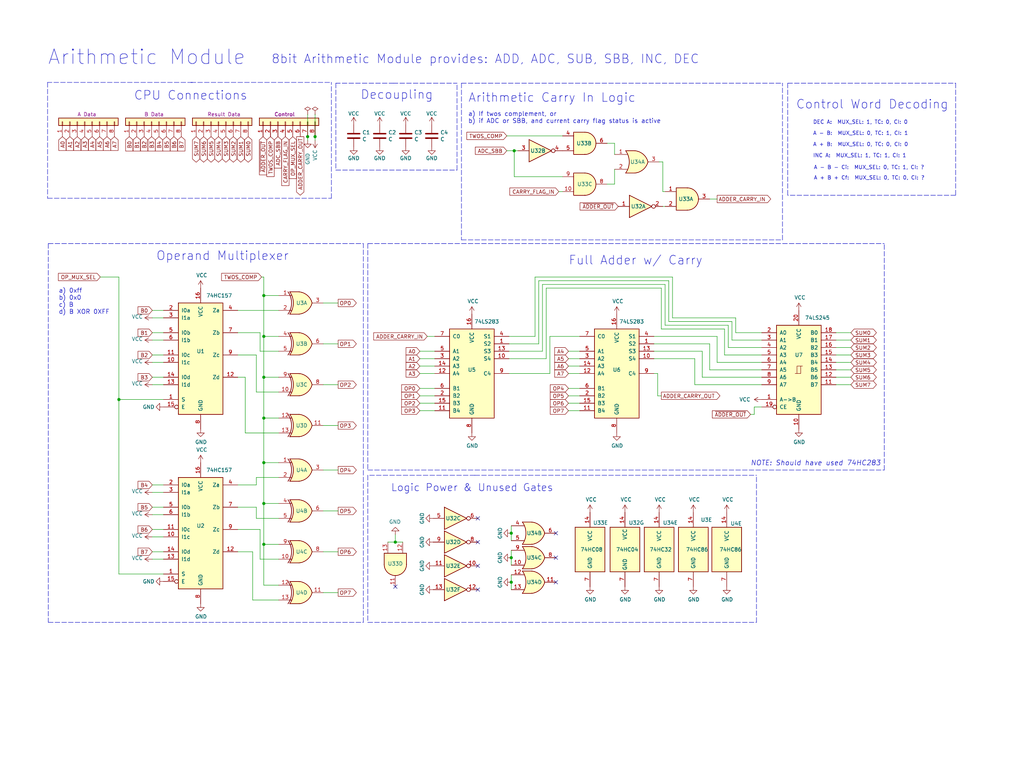
<source format=kicad_sch>
(kicad_sch (version 20211123) (generator eeschema)
  (paper "User" 350.012 259.994)
  (title_block (title "Arithmetic Module") (rev "3") (comment 1 "ADD / SUB / ADC / SBB / INC / DEC"))
  (junction (at 90.17 158.242))
  (junction (at 174.752 190.754))
  (junction (at 174.752 199.136))
  (junction (at 175.768 51.562))
  (junction (at 90.17 172.212))
  (junction (at 90.17 101.092))
  (junction (at 174.752 182.372))
  (junction (at 90.17 143.002))
  (junction (at 90.17 129.032))
  (junction (at 107.696 46.736))
  (junction (at 105.156 46.736))
  (junction (at 90.17 115.062))
  (junction (at 135.128 185.42))
  (junction (at 90.17 186.182))
  (junction (at 40.64 136.652))
  (no_connect (at 189.992 182.372))
  (no_connect (at 163.322 201.676))
  (no_connect (at 189.992 190.754))
  (no_connect (at 163.322 185.42))
  (no_connect (at 135.128 200.66))
  (no_connect (at 163.322 193.548))
  (no_connect (at 189.992 199.136))
  (no_connect (at 163.322 177.292))
  (wire (pts (xy 251.46 108.712) (xy 229.87 108.712)))
  (polyline (pts (xy 157.734 28.448) (xy 267.462 28.448)))
  (wire (pts (xy 285.75 116.332) (xy 290.83 116.332)))
  (polyline (pts (xy 65.786 28.194) (xy 16.256 28.194)))
  (wire (pts (xy 194.31 122.682) (xy 198.12 122.682)))
  (wire (pts (xy 86.36 205.232) (xy 95.25 205.232)))
  (wire (pts (xy 146.05 115.062) (xy 148.59 115.062)))
  (wire (pts (xy 285.75 131.572) (xy 290.83 131.572)))
  (wire (pts (xy 247.65 121.412) (xy 260.35 121.412)))
  (wire (pts (xy 242.57 117.602) (xy 242.57 126.492)))
  (wire (pts (xy 81.28 113.792) (xy 88.9 113.792)))
  (wire (pts (xy 87.63 173.482) (xy 87.63 177.292)))
  (polyline (pts (xy 113.284 67.818) (xy 113.284 28.194)))
  (wire (pts (xy 242.57 126.492) (xy 260.35 126.492)))
  (wire (pts (xy 89.408 94.742) (xy 90.17 94.742)))
  (wire (pts (xy 115.57 160.782) (xy 110.49 160.782)))
  (wire (pts (xy 229.87 108.712) (xy 229.87 94.742)))
  (wire (pts (xy 81.28 106.172) (xy 95.25 106.172)))
  (wire (pts (xy 248.92 111.252) (xy 227.33 111.252)))
  (polyline (pts (xy 267.462 82.042) (xy 267.462 28.448)))
  (wire (pts (xy 173.99 117.602) (xy 184.15 117.602)))
  (wire (pts (xy 173.99 115.062) (xy 182.88 115.062)))
  (wire (pts (xy 143.51 125.222) (xy 148.59 125.222)))
  (wire (pts (xy 81.28 173.482) (xy 87.63 173.482)))
  (wire (pts (xy 115.57 145.542) (xy 110.49 145.542)))
  (wire (pts (xy 52.07 131.572) (xy 55.88 131.572)))
  (polyline (pts (xy 162.306 162.56) (xy 258.572 162.56)))
  (wire (pts (xy 174.752 199.136) (xy 174.752 201.676)))
  (polyline (pts (xy 157.734 28.448) (xy 157.734 82.042)))
  (wire (pts (xy 240.03 129.032) (xy 260.35 129.032)))
  (wire (pts (xy 88.9 113.792) (xy 88.9 120.142)))
  (wire (pts (xy 110.49 188.722) (xy 115.57 188.722)))
  (wire (pts (xy 55.88 136.652) (xy 40.64 136.652)))
  (polyline (pts (xy 65.278 28.194) (xy 113.284 28.194)))
  (wire (pts (xy 251.46 113.792) (xy 260.35 113.792)))
  (wire (pts (xy 285.75 121.412) (xy 290.83 121.412)))
  (polyline (pts (xy 134.366 28.448) (xy 156.21 28.448)))
  (polyline (pts (xy 162.306 162.56) (xy 125.73 162.56)))
  (wire (pts (xy 174.752 190.754) (xy 174.752 193.294)))
  (wire (pts (xy 210.058 49.022) (xy 210.058 52.832)))
  (wire (pts (xy 198.12 115.062) (xy 187.96 115.062)))
  (wire (pts (xy 174.752 182.372) (xy 174.752 184.912)))
  (wire (pts (xy 40.64 94.742) (xy 34.29 94.742)))
  (wire (pts (xy 175.768 51.562) (xy 175.768 60.452)))
  (wire (pts (xy 87.63 121.412) (xy 87.63 134.112)))
  (wire (pts (xy 143.51 122.682) (xy 148.59 122.682)))
  (wire (pts (xy 194.31 140.462) (xy 198.12 140.462)))
  (wire (pts (xy 257.81 141.732) (xy 257.81 139.192)))
  (wire (pts (xy 90.17 200.152) (xy 95.25 200.152)))
  (wire (pts (xy 83.82 129.032) (xy 81.28 129.032)))
  (polyline (pts (xy 326.644 66.802) (xy 269.24 66.802)))
  (polyline (pts (xy 258.572 212.852) (xy 258.572 162.56)))
  (wire (pts (xy 207.518 49.022) (xy 210.058 49.022)))
  (wire (pts (xy 226.06 98.552) (xy 186.69 98.552)))
  (wire (pts (xy 223.52 122.682) (xy 237.49 122.682)))
  (wire (pts (xy 184.15 96.012) (xy 228.6 96.012)))
  (wire (pts (xy 52.07 165.862) (xy 55.88 165.862)))
  (wire (pts (xy 81.28 181.102) (xy 88.9 181.102)))
  (wire (pts (xy 52.07 168.402) (xy 55.88 168.402)))
  (wire (pts (xy 228.6 109.982) (xy 250.19 109.982)))
  (wire (pts (xy 110.49 117.602) (xy 115.57 117.602)))
  (wire (pts (xy 173.228 51.562) (xy 175.768 51.562)))
  (wire (pts (xy 90.17 101.092) (xy 90.17 115.062)))
  (wire (pts (xy 285.75 113.792) (xy 290.83 113.792)))
  (wire (pts (xy 192.278 46.482) (xy 173.228 46.482)))
  (wire (pts (xy 186.69 98.552) (xy 186.69 122.682)))
  (wire (pts (xy 224.79 135.382) (xy 226.06 135.382)))
  (wire (pts (xy 225.298 55.372) (xy 226.568 55.372)))
  (wire (pts (xy 174.752 196.596) (xy 174.752 199.136)))
  (polyline (pts (xy 269.24 28.448) (xy 269.24 66.802)))
  (wire (pts (xy 248.92 118.872) (xy 260.35 118.872)))
  (wire (pts (xy 285.75 123.952) (xy 290.83 123.952)))
  (wire (pts (xy 194.31 120.142) (xy 198.12 120.142)))
  (wire (pts (xy 52.07 108.712) (xy 55.88 108.712)))
  (polyline (pts (xy 114.808 28.448) (xy 114.808 58.166)))
  (wire (pts (xy 81.28 188.722) (xy 86.36 188.722)))
  (wire (pts (xy 175.768 51.562) (xy 177.038 51.562)))
  (wire (pts (xy 90.17 94.742) (xy 90.17 101.092)))
  (wire (pts (xy 52.07 121.412) (xy 55.88 121.412)))
  (wire (pts (xy 52.07 116.332) (xy 55.88 116.332)))
  (wire (pts (xy 237.49 122.682) (xy 237.49 131.572)))
  (wire (pts (xy 87.63 163.322) (xy 95.25 163.322)))
  (polyline (pts (xy 125.73 83.312) (xy 302.26 83.312)))
  (wire (pts (xy 52.07 129.032) (xy 55.88 129.032)))
  (wire (pts (xy 187.96 127.762) (xy 173.99 127.762)))
  (wire (pts (xy 194.31 135.382) (xy 198.12 135.382)))
  (wire (pts (xy 90.17 115.062) (xy 95.25 115.062)))
  (wire (pts (xy 194.31 127.762) (xy 198.12 127.762)))
  (wire (pts (xy 90.17 158.242) (xy 95.25 158.242)))
  (wire (pts (xy 115.57 174.752) (xy 110.49 174.752)))
  (wire (pts (xy 81.28 121.412) (xy 87.63 121.412)))
  (wire (pts (xy 182.88 94.742) (xy 182.88 115.062)))
  (wire (pts (xy 210.058 57.912) (xy 210.058 62.992)))
  (wire (pts (xy 285.75 129.032) (xy 290.83 129.032)))
  (wire (pts (xy 245.11 123.952) (xy 260.35 123.952)))
  (wire (pts (xy 90.17 186.182) (xy 95.25 186.182)))
  (wire (pts (xy 90.17 186.182) (xy 90.17 200.152)))
  (wire (pts (xy 52.07 183.642) (xy 55.88 183.642)))
  (wire (pts (xy 229.87 94.742) (xy 182.88 94.742)))
  (wire (pts (xy 247.65 112.522) (xy 226.06 112.522)))
  (wire (pts (xy 185.42 97.282) (xy 185.42 120.142)))
  (wire (pts (xy 52.07 173.482) (xy 55.88 173.482)))
  (polyline (pts (xy 114.808 58.166) (xy 156.21 58.166)))
  (wire (pts (xy 52.07 106.172) (xy 55.88 106.172)))
  (wire (pts (xy 95.25 129.032) (xy 90.17 129.032)))
  (polyline (pts (xy 125.73 160.782) (xy 302.26 160.782)))
  (wire (pts (xy 143.51 132.842) (xy 148.59 132.842)))
  (wire (pts (xy 115.57 202.692) (xy 110.49 202.692)))
  (wire (pts (xy 90.17 158.242) (xy 90.17 172.212)))
  (wire (pts (xy 143.51 140.462) (xy 148.59 140.462)))
  (polyline (pts (xy 326.644 28.448) (xy 326.644 66.802)))
  (wire (pts (xy 90.17 172.212) (xy 90.17 186.182)))
  (wire (pts (xy 86.36 188.722) (xy 86.36 205.232)))
  (wire (pts (xy 247.65 121.412) (xy 247.65 112.522)))
  (wire (pts (xy 228.6 96.012) (xy 228.6 109.982)))
  (wire (pts (xy 90.17 143.002) (xy 90.17 158.242)))
  (wire (pts (xy 137.668 185.42) (xy 135.128 185.42)))
  (wire (pts (xy 83.82 148.082) (xy 95.25 148.082)))
  (wire (pts (xy 174.752 179.832) (xy 174.752 182.372)))
  (wire (pts (xy 52.07 188.722) (xy 55.88 188.722)))
  (wire (pts (xy 223.52 115.062) (xy 245.11 115.062)))
  (wire (pts (xy 285.75 118.872) (xy 290.83 118.872)))
  (polyline (pts (xy 134.62 28.448) (xy 114.808 28.448)))
  (wire (pts (xy 87.63 134.112) (xy 95.25 134.112)))
  (wire (pts (xy 90.17 101.092) (xy 95.25 101.092)))
  (wire (pts (xy 250.19 109.982) (xy 250.19 116.332)))
  (wire (pts (xy 226.06 112.522) (xy 226.06 98.552)))
  (polyline (pts (xy 16.256 67.818) (xy 113.284 67.818)))
  (polyline (pts (xy 157.734 82.042) (xy 267.462 82.042)))
  (wire (pts (xy 135.128 185.42) (xy 132.588 185.42)))
  (wire (pts (xy 285.75 126.492) (xy 290.83 126.492)))
  (polyline (pts (xy 156.21 58.166) (xy 156.21 28.448)))
  (polyline (pts (xy 16.51 83.312) (xy 16.51 212.852)))
  (wire (pts (xy 105.156 46.736) (xy 105.156 48.006)))
  (wire (pts (xy 87.63 177.292) (xy 95.25 177.292)))
  (wire (pts (xy 210.058 62.992) (xy 207.518 62.992)))
  (wire (pts (xy 250.19 116.332) (xy 260.35 116.332)))
  (wire (pts (xy 187.96 115.062) (xy 187.96 127.762)))
  (wire (pts (xy 248.92 118.872) (xy 248.92 111.252)))
  (wire (pts (xy 52.07 123.952) (xy 55.88 123.952)))
  (polyline (pts (xy 16.51 212.852) (xy 124.206 212.852)))
  (polyline (pts (xy 125.73 162.56) (xy 125.73 212.852)))
  (wire (pts (xy 173.99 120.142) (xy 185.42 120.142)))
  (wire (pts (xy 90.17 115.062) (xy 90.17 129.032)))
  (wire (pts (xy 224.79 127.762) (xy 224.79 135.382)))
  (wire (pts (xy 107.696 46.736) (xy 107.696 48.006)))
  (wire (pts (xy 226.568 55.372) (xy 226.568 65.532)))
  (wire (pts (xy 143.51 135.382) (xy 148.59 135.382)))
  (polyline (pts (xy 124.206 212.852) (xy 124.206 83.312)))
  (polyline (pts (xy 302.26 160.782) (xy 302.26 83.312)))
  (wire (pts (xy 40.64 196.342) (xy 55.88 196.342)))
  (wire (pts (xy 83.82 129.032) (xy 83.82 148.082)))
  (wire (pts (xy 52.07 181.102) (xy 55.88 181.102)))
  (wire (pts (xy 227.33 111.252) (xy 227.33 97.282)))
  (wire (pts (xy 90.17 129.032) (xy 90.17 143.002)))
  (polyline (pts (xy 269.24 28.448) (xy 326.644 28.448)))
  (wire (pts (xy 194.31 137.922) (xy 198.12 137.922)))
  (wire (pts (xy 95.25 172.212) (xy 90.17 172.212)))
  (wire (pts (xy 173.99 122.682) (xy 186.69 122.682)))
  (wire (pts (xy 226.568 70.612) (xy 227.33 70.612)))
  (wire (pts (xy 223.52 117.602) (xy 242.57 117.602)))
  (wire (pts (xy 256.54 141.732) (xy 257.81 141.732)))
  (wire (pts (xy 88.9 191.262) (xy 95.25 191.262)))
  (wire (pts (xy 135.128 182.88) (xy 135.128 185.42)))
  (wire (pts (xy 237.49 131.572) (xy 260.35 131.572)))
  (wire (pts (xy 184.15 117.602) (xy 184.15 96.012)))
  (wire (pts (xy 81.28 165.862) (xy 87.63 165.862)))
  (wire (pts (xy 143.51 120.142) (xy 148.59 120.142)))
  (wire (pts (xy 227.33 97.282) (xy 185.42 97.282)))
  (wire (pts (xy 52.07 191.262) (xy 55.88 191.262)))
  (wire (pts (xy 174.752 188.214) (xy 174.752 190.754)))
  (wire (pts (xy 110.49 131.572) (xy 115.57 131.572)))
  (wire (pts (xy 52.07 176.022) (xy 55.88 176.022)))
  (wire (pts (xy 194.31 132.842) (xy 198.12 132.842)))
  (wire (pts (xy 52.07 113.792) (xy 55.88 113.792)))
  (polyline (pts (xy 125.73 212.852) (xy 258.572 212.852)))
  (wire (pts (xy 105.156 39.116) (xy 105.156 46.736)))
  (wire (pts (xy 143.51 127.762) (xy 148.59 127.762)))
  (wire (pts (xy 40.64 136.652) (xy 40.64 196.342)))
  (wire (pts (xy 245.11 68.072) (xy 242.57 68.072)))
  (wire (pts (xy 143.51 137.922) (xy 148.59 137.922)))
  (wire (pts (xy 194.31 125.222) (xy 198.12 125.222)))
  (wire (pts (xy 191.008 65.532) (xy 192.278 65.532)))
  (wire (pts (xy 40.64 136.652) (xy 40.64 94.742)))
  (polyline (pts (xy 16.256 28.194) (xy 16.256 67.818)))
  (wire (pts (xy 226.568 65.532) (xy 227.33 65.532)))
  (wire (pts (xy 110.49 103.632) (xy 115.57 103.632)))
  (wire (pts (xy 223.52 120.142) (xy 240.03 120.142)))
  (wire (pts (xy 175.768 60.452) (xy 192.278 60.452)))
  (wire (pts (xy 224.79 127.762) (xy 223.52 127.762)))
  (wire (pts (xy 107.696 39.116) (xy 107.696 46.736)))
  (wire (pts (xy 245.11 123.952) (xy 245.11 115.062)))
  (polyline (pts (xy 16.51 83.312) (xy 124.206 83.312)))
  (wire (pts (xy 251.46 113.792) (xy 251.46 108.712)))
  (wire (pts (xy 95.25 143.002) (xy 90.17 143.002)))
  (wire (pts (xy 257.81 139.192) (xy 260.35 139.192)))
  (wire (pts (xy 240.03 129.032) (xy 240.03 120.142)))
  (wire (pts (xy 88.9 120.142) (xy 95.25 120.142)))
  (wire (pts (xy 88.9 191.262) (xy 88.9 181.102)))
  (wire (pts (xy 87.63 163.322) (xy 87.63 165.862)))
  (polyline (pts (xy 125.73 83.312) (xy 125.73 160.782)))
  (text "a) 0xff\nb) 0x0\nc) B\nd) B XOR 0XFF" (at 20.066 107.696 0) (effects (font (size 1.5 1.5)) (justify left bottom)))
  (text "CPU Connections" (at 45.72 34.544 0) (effects (font (size 3 3)) (justify left bottom)))
  (text "NOTE: Should have used 74HC283" (at 256.54 159.512 0) (effects (font (size 1.7 1.7) italic) (justify left bottom)))
  (text "8bit Arithmetic Module provides: ADD, ADC, SUB, SBB, INC, DEC" (at 92.71 22.098 0) (effects (font (size 3 3)) (justify left bottom)))
  (text "A - B - Ci:  MUX_SEL: 0, TC: 1, CI: ?" (at 278.13 58.166 0) (effects (font (size 1.27 1.27)) (justify left bottom)))
  (text "Logic Power & Unused Gates" (at 133.604 168.402 0) (effects (font (size 2.4892 2.4892)) (justify left bottom)))
  (text "A + B + Cf:  MUX_SEL: 0, TC: 0, CI: ?" (at 278.13 61.722 0) (effects (font (size 1.27 1.27)) (justify left bottom)))
  (text "Full Adder w/ Carry" (at 194.31 90.932 0) (effects (font (size 3 3)) (justify left bottom)))
  (text "Operand Multiplexer" (at 53.34 89.408 0) (effects (font (size 3 3)) (justify left bottom)))
  (text "Arithmetic Module" (at 16.256 22.606 0) (effects (font (size 5 5)) (justify left bottom)))
  (text "DEC A:  MUX_SEL: 1, TC: 0, CI: 0" (at 277.876 42.672 0) (effects (font (size 1.27 1.27)) (justify left bottom)))
  (text "a) If twos complement, or\nb) if ADC or SBB, and current carry flag status is active" (at 160.02 42.418 0) (effects (font (size 1.5 1.5)) (justify left bottom)))
  (text "Arithmetic Carry In Logic" (at 160.02 35.306 0) (effects (font (size 3 3)) (justify left bottom)))
  (text "Decoupling" (at 123.19 34.29 0) (effects (font (size 3 3)) (justify left bottom)))
  (text "A - B:  MUX_SEL: 0, TC: 1, CI: 1" (at 277.876 46.482 0) (effects (font (size 1.27 1.27)) (justify left bottom)))
  (text "Control Word Decoding" (at 272.034 37.592 0) (effects (font (size 3 3)) (justify left bottom)))
  (text "INC A:  MUX_SEL: 1, TC: 1, CI: 1" (at 277.876 54.102 0) (effects (font (size 1.27 1.27)) (justify left bottom)))
  (text "A + B:  MUX_SEL: 0, TC: 0, CI: 0" (at 277.876 50.292 0) (effects (font (size 1.27 1.27)) (justify left bottom)))
  (global_label "OP7" (shape output) (at 115.57 202.692 0) (property "Intersheet References" "${INTERSHEET_REFS}" (effects hide)))
  (global_label "SUM3" (shape tri_state) (at 290.83 121.412 0) (property "Intersheet References" "${INTERSHEET_REFS}" (effects hide)))
  (global_label "B6" (shape input) (at 52.07 181.102 180) (property "Intersheet References" "${INTERSHEET_REFS}" (effects hide)))
  (global_label "SUM5" (shape tri_state) (at 72.136 46.736 270) (property "Intersheet References" "${INTERSHEET_REFS}" (effects hide)))
  (global_label "A2" (shape input) (at 26.416 46.736 270) (property "Intersheet References" "${INTERSHEET_REFS}" (effects hide)))
  (global_label "ADC_SBB" (shape input) (at 94.996 46.736 270) (property "Intersheet References" "${INTERSHEET_REFS}" (effects hide)))
  (global_label "B2" (shape input) (at 52.07 121.412 180) (property "Intersheet References" "${INTERSHEET_REFS}" (effects hide)))
  (global_label "A5" (shape input) (at 34.036 46.736 270) (property "Intersheet References" "${INTERSHEET_REFS}" (effects hide)))
  (global_label "SUM0" (shape tri_state) (at 84.836 46.736 270) (property "Intersheet References" "${INTERSHEET_REFS}" (effects hide)))
  (global_label "OP7" (shape input) (at 194.31 140.462 180) (property "Intersheet References" "${INTERSHEET_REFS}" (effects hide)))
  (global_label "B7" (shape input) (at 52.07 188.722 180) (property "Intersheet References" "${INTERSHEET_REFS}" (effects hide)))
  (global_label "ADDER_CARRY_IN" (shape output) (at 245.11 68.072 0) (property "Intersheet References" "${INTERSHEET_REFS}" (effects hide)))
  (global_label "A3" (shape input) (at 28.956 46.736 270) (property "Intersheet References" "${INTERSHEET_REFS}" (effects hide)))
  (global_label "B7" (shape input) (at 61.976 46.736 270) (property "Intersheet References" "${INTERSHEET_REFS}" (effects hide)))
  (global_label "B1" (shape input) (at 52.07 113.792 180) (property "Intersheet References" "${INTERSHEET_REFS}" (effects hide)))
  (global_label "OP2" (shape output) (at 115.57 131.572 0) (property "Intersheet References" "${INTERSHEET_REFS}" (effects hide)))
  (global_label "A2" (shape input) (at 143.51 125.222 180) (property "Intersheet References" "${INTERSHEET_REFS}" (effects hide)))
  (global_label "A7" (shape input) (at 39.116 46.736 270) (property "Intersheet References" "${INTERSHEET_REFS}" (effects hide)))
  (global_label "TWOS_COMP" (shape input) (at 89.408 94.742 180) (property "Intersheet References" "${INTERSHEET_REFS}" (effects hide)))
  (global_label "SUM7" (shape tri_state) (at 290.83 131.572 0) (property "Intersheet References" "${INTERSHEET_REFS}" (effects hide)))
  (global_label "OP_MUX_SEL" (shape input) (at 100.076 46.736 270) (property "Intersheet References" "${INTERSHEET_REFS}" (effects hide)))
  (global_label "B0" (shape input) (at 44.196 46.736 270) (property "Intersheet References" "${INTERSHEET_REFS}" (effects hide)))
  (global_label "OP4" (shape output) (at 115.57 160.782 0) (property "Intersheet References" "${INTERSHEET_REFS}" (effects hide)))
  (global_label "B5" (shape input) (at 52.07 173.482 180) (property "Intersheet References" "${INTERSHEET_REFS}" (effects hide)))
  (global_label "OP4" (shape input) (at 194.31 132.842 180) (property "Intersheet References" "${INTERSHEET_REFS}" (effects hide)))
  (global_label "B6" (shape input) (at 59.436 46.736 270) (property "Intersheet References" "${INTERSHEET_REFS}" (effects hide)))
  (global_label "~{ADDER_OUT}" (shape input) (at 256.54 141.732 180) (property "Intersheet References" "${INTERSHEET_REFS}" (effects hide)))
  (global_label "B4" (shape input) (at 54.356 46.736 270) (property "Intersheet References" "${INTERSHEET_REFS}" (effects hide)))
  (global_label "ADC_SBB" (shape input) (at 173.228 51.562 180) (property "Intersheet References" "${INTERSHEET_REFS}" (effects hide)))
  (global_label "OP6" (shape input) (at 194.31 137.922 180) (property "Intersheet References" "${INTERSHEET_REFS}" (effects hide)))
  (global_label "A1" (shape input) (at 23.876 46.736 270) (property "Intersheet References" "${INTERSHEET_REFS}" (effects hide)))
  (global_label "OP0" (shape output) (at 115.57 103.632 0) (property "Intersheet References" "${INTERSHEET_REFS}" (effects hide)))
  (global_label "ADDER_CARRY_OUT" (shape output) (at 102.616 46.736 270) (property "Intersheet References" "${INTERSHEET_REFS}" (effects hide)))
  (global_label "OP0" (shape input) (at 143.51 132.842 180) (property "Intersheet References" "${INTERSHEET_REFS}" (effects hide)))
  (global_label "A6" (shape input) (at 36.576 46.736 270) (property "Intersheet References" "${INTERSHEET_REFS}" (effects hide)))
  (global_label "SUM6" (shape tri_state) (at 69.596 46.736 270) (property "Intersheet References" "${INTERSHEET_REFS}" (effects hide)))
  (global_label "OP5" (shape output) (at 115.57 174.752 0) (property "Intersheet References" "${INTERSHEET_REFS}" (effects hide)))
  (global_label "SUM2" (shape tri_state) (at 79.756 46.736 270) (property "Intersheet References" "${INTERSHEET_REFS}" (effects hide)))
  (global_label "SUM0" (shape tri_state) (at 290.83 113.792 0) (property "Intersheet References" "${INTERSHEET_REFS}" (effects hide)))
  (global_label "A5" (shape input) (at 194.31 122.682 180) (property "Intersheet References" "${INTERSHEET_REFS}" (effects hide)))
  (global_label "B5" (shape input) (at 56.896 46.736 270) (property "Intersheet References" "${INTERSHEET_REFS}" (effects hide)))
  (global_label "CARRY_FLAG_IN" (shape input) (at 191.008 65.532 180) (property "Intersheet References" "${INTERSHEET_REFS}" (effects hide)))
  (global_label "ADDER_CARRY_OUT" (shape output) (at 226.06 135.382 0) (property "Intersheet References" "${INTERSHEET_REFS}" (effects hide)))
  (global_label "OP_MUX_SEL" (shape input) (at 34.29 94.742 180) (property "Intersheet References" "${INTERSHEET_REFS}" (effects hide)))
  (global_label "B4" (shape input) (at 52.07 165.862 180) (property "Intersheet References" "${INTERSHEET_REFS}" (effects hide)))
  (global_label "A4" (shape input) (at 31.496 46.736 270) (property "Intersheet References" "${INTERSHEET_REFS}" (effects hide)))
  (global_label "CARRY_FLAG_IN" (shape input) (at 97.536 46.736 270) (property "Intersheet References" "${INTERSHEET_REFS}" (effects hide)))
  (global_label "B3" (shape input) (at 51.816 46.736 270) (property "Intersheet References" "${INTERSHEET_REFS}" (effects hide)))
  (global_label "OP1" (shape output) (at 115.57 117.602 0) (property "Intersheet References" "${INTERSHEET_REFS}" (effects hide)))
  (global_label "SUM7" (shape tri_state) (at 67.056 46.736 270) (property "Intersheet References" "${INTERSHEET_REFS}" (effects hide)))
  (global_label "SUM4" (shape tri_state) (at 290.83 123.952 0) (property "Intersheet References" "${INTERSHEET_REFS}" (effects hide)))
  (global_label "SUM1" (shape tri_state) (at 82.296 46.736 270) (property "Intersheet References" "${INTERSHEET_REFS}" (effects hide)))
  (global_label "A0" (shape input) (at 143.51 120.142 180) (property "Intersheet References" "${INTERSHEET_REFS}" (effects hide)))
  (global_label "SUM2" (shape tri_state) (at 290.83 118.872 0) (property "Intersheet References" "${INTERSHEET_REFS}" (effects hide)))
  (global_label "A6" (shape input) (at 194.31 125.222 180) (property "Intersheet References" "${INTERSHEET_REFS}" (effects hide)))
  (global_label "A0" (shape input) (at 21.336 46.736 270) (property "Intersheet References" "${INTERSHEET_REFS}" (effects hide)))
  (global_label "A3" (shape input) (at 143.51 127.762 180) (property "Intersheet References" "${INTERSHEET_REFS}" (effects hide)))
  (global_label "OP6" (shape output) (at 115.57 188.722 0) (property "Intersheet References" "${INTERSHEET_REFS}" (effects hide)))
  (global_label "OP1" (shape input) (at 143.51 135.382 180) (property "Intersheet References" "${INTERSHEET_REFS}" (effects hide)))
  (global_label "OP3" (shape output) (at 115.57 145.542 0) (property "Intersheet References" "${INTERSHEET_REFS}" (effects hide)))
  (global_label "OP2" (shape input) (at 143.51 137.922 180) (property "Intersheet References" "${INTERSHEET_REFS}" (effects hide)))
  (global_label "TWOS_COMP" (shape input) (at 173.228 46.482 180) (property "Intersheet References" "${INTERSHEET_REFS}" (effects hide)))
  (global_label "A7" (shape input) (at 194.31 127.762 180) (property "Intersheet References" "${INTERSHEET_REFS}" (effects hide)))
  (global_label "B2" (shape input) (at 49.276 46.736 270) (property "Intersheet References" "${INTERSHEET_REFS}" (effects hide)))
  (global_label "SUM1" (shape tri_state) (at 290.83 116.332 0) (property "Intersheet References" "${INTERSHEET_REFS}" (effects hide)))
  (global_label "SUM4" (shape tri_state) (at 74.676 46.736 270) (property "Intersheet References" "${INTERSHEET_REFS}" (effects hide)))
  (global_label "TWOS_COMP" (shape input) (at 92.456 46.736 270) (property "Intersheet References" "${INTERSHEET_REFS}" (effects hide)))
  (global_label "OP3" (shape input) (at 143.51 140.462 180) (property "Intersheet References" "${INTERSHEET_REFS}" (effects hide)))
  (global_label "B3" (shape input) (at 52.07 129.032 180) (property "Intersheet References" "${INTERSHEET_REFS}" (effects hide)))
  (global_label "A1" (shape input) (at 143.51 122.682 180) (property "Intersheet References" "${INTERSHEET_REFS}" (effects hide)))
  (global_label "SUM5" (shape tri_state) (at 290.83 126.492 0) (property "Intersheet References" "${INTERSHEET_REFS}" (effects hide)))
  (global_label "~{ADDER_OUT}" (shape input) (at 89.916 46.736 270) (property "Intersheet References" "${INTERSHEET_REFS}" (effects hide)))
  (global_label "A4" (shape input) (at 194.31 120.142 180) (property "Intersheet References" "${INTERSHEET_REFS}" (effects hide)))
  (global_label "~{ADDER_OUT}" (shape input) (at 211.328 70.612 180) (property "Intersheet References" "${INTERSHEET_REFS}" (effects hide)))
  (global_label "SUM3" (shape tri_state) (at 77.216 46.736 270) (property "Intersheet References" "${INTERSHEET_REFS}" (effects hide)))
  (global_label "ADDER_CARRY_IN" (shape input) (at 146.05 115.062 180) (property "Intersheet References" "${INTERSHEET_REFS}" (effects hide)))
  (global_label "B1" (shape input) (at 46.736 46.736 270) (property "Intersheet References" "${INTERSHEET_REFS}" (effects hide)))
  (global_label "B0" (shape input) (at 52.07 106.172 180) (property "Intersheet References" "${INTERSHEET_REFS}" (effects hide)))
  (global_label "SUM6" (shape tri_state) (at 290.83 129.032 0) (property "Intersheet References" "${INTERSHEET_REFS}" (effects hide)))
  (global_label "OP5" (shape input) (at 194.31 135.382 180) (property "Intersheet References" "${INTERSHEET_REFS}" (effects hide)))
  (symbol (lib_id "Connector_Generic:Conn_01x08") (at 28.956 41.656 90) (unit 1)
    (property "Reference" "J1" (effects hide))
    (property "Value" "Conn_01x08" (effects hide))
    (property "Footprint" "Connector_PinHeader_2.54mm:PinHeader_1x08_P2.54mm_Vertical" (effects hide))
    (property "L" "A Data" (at 26.416 39.116 90) (effects (justify right)))
  )
  (symbol (lib_id "Connector_Generic:Conn_01x08") (at 51.816 41.656 90) (unit 1)
    (property "Reference" "J2" (effects hide))
    (property "Value" "Conn_01x08" (effects hide))
    (property "Footprint" "Connector_PinHeader_2.54mm:PinHeader_1x08_P2.54mm_Vertical" (effects hide))
    (property "L" "B Data" (at 49.276 39.116 90) (effects (justify right)))
  )
  (symbol (lib_id "Connector_Generic:Conn_01x08") (at 74.676 41.656 90) (unit 1)
    (property "Reference" "J3" (effects hide))
    (property "Value" "Conn_01x08" (effects hide))
    (property "Footprint" "Connector_PinHeader_2.54mm:PinHeader_1x08_P2.54mm_Vertical" (effects hide))
    (property "L" "Result Data" (at 70.866 39.116 90) (effects (justify right)))
  )
  (symbol (lib_id "power:PWR_FLAG") (at 105.156 39.116 0) (unit 1)
    (property "Reference" "#FLG0101" (effects hide))
    (property "Value" "PWR_FLAG" (effects hide))
  )
  (symbol (lib_id "power:PWR_FLAG") (at 107.696 39.116 0) (unit 1)
    (property "Reference" "#FLG0102" (effects hide))
    (property "Value" "PWR_FLAG" (effects hide))
  )
  (symbol (lib_id "power:GND") (at 105.156 48.006 0) (unit 1)
    (property "Reference" "#PWR0128" (effects hide))
    (property "Value" "GND" (at 105.156 54.356 90))
  )
  (symbol (lib_id "power:VCC") (at 107.696 48.006 180) (unit 1)
    (property "Reference" "#PWR0129" (effects hide))
    (property "Value" "VCC" (at 107.696 53.086 90))
  )
  (symbol (lib_id "74xx:74LS08") (at 234.95 68.072 0) (unit 1)
    (property "Reference" "U33" (at 234.442 68.072 0))
    (property "Value" "74HC08" (effects hide))
    (property "Footprint" "Package_SO:TSSOP-14_4.4x5mm_P0.65mm" (effects hide))
    (property "Datasheet" "http://www.ti.com/lit/gpn/sn74LS08" (effects hide))
  )
  (symbol (lib_id "74xx:74LS08") (at 199.898 49.022 0) (unit 2)
    (property "Reference" "U33" (at 199.644 49.022 0))
    (property "Value" "74HC08" (effects hide))
    (property "Footprint" "Package_SO:TSSOP-14_4.4x5mm_P0.65mm" (effects hide))
    (property "Datasheet" "http://www.ti.com/lit/gpn/sn74LS08" (effects hide))
  )
  (symbol (lib_id "74xx:74LS08") (at 199.898 62.992 0) (unit 3)
    (property "Reference" "U33" (at 199.898 62.992 0))
    (property "Value" "74HC08" (effects hide))
    (property "Footprint" "Package_SO:TSSOP-14_4.4x5mm_P0.65mm" (effects hide))
    (property "Datasheet" "http://www.ti.com/lit/gpn/sn74LS08" (effects hide))
  )
  (symbol (lib_id "74xx:74LS08") (at 135.128 193.04 270) (unit 4)
    (property "Reference" "U33" (at 135.128 192.786 90))
    (property "Value" "74HC08" (effects hide))
    (property "Footprint" "Package_SO:TSSOP-14_4.4x5mm_P0.65mm" (effects hide))
    (property "Datasheet" "http://www.ti.com/lit/gpn/sn74LS08" (effects hide))
  )
  (symbol (lib_id "74xx:74LS08") (at 201.676 187.96 0) (unit 5)
    (property "Reference" "U33" (at 202.692 178.816 0) (effects (justify left)))
    (property "Value" "74HC08" (at 198.374 187.96 0) (effects (justify left)))
    (property "Footprint" "Package_SO:TSSOP-14_4.4x5mm_P0.65mm" (effects hide))
    (property "Datasheet" "http://www.ti.com/lit/gpn/sn74LS08" (effects hide))
  )
  (symbol (lib_id "74xx:74LS04") (at 218.948 70.612 0) (unit 1)
    (property "Reference" "U32" (at 218.186 70.612 0))
    (property "Value" "74HC04" (effects hide))
    (property "Footprint" "Package_SO:TSSOP-14_4.4x5mm_P0.65mm" (effects hide))
    (property "Datasheet" "http://www.ti.com/lit/gpn/sn74LS04" (effects hide))
  )
  (symbol (lib_id "74xx:74LS04") (at 155.702 177.292 0) (unit 3)
    (property "Reference" "U32" (at 154.94 177.292 0))
    (property "Value" "74HC04" (effects hide))
    (property "Footprint" "Package_SO:TSSOP-14_4.4x5mm_P0.65mm" (effects hide))
    (property "Datasheet" "http://www.ti.com/lit/gpn/sn74LS04" (effects hide))
  )
  (symbol (lib_id "74xx:74LS04") (at 155.702 185.42 0) (unit 4)
    (property "Reference" "U32" (at 154.94 185.42 0))
    (property "Value" "74HC04" (effects hide))
    (property "Footprint" "Package_SO:TSSOP-14_4.4x5mm_P0.65mm" (effects hide))
    (property "Datasheet" "http://www.ti.com/lit/gpn/sn74LS04" (effects hide))
  )
  (symbol (lib_id "74xx:74LS04") (at 155.702 193.548 0) (unit 5)
    (property "Reference" "U32" (at 154.94 193.548 0))
    (property "Value" "74HC04" (effects hide))
    (property "Footprint" "Package_SO:TSSOP-14_4.4x5mm_P0.65mm" (effects hide))
    (property "Datasheet" "http://www.ti.com/lit/gpn/sn74LS04" (effects hide))
  )
  (symbol (lib_id "74xx:74LS04") (at 155.702 201.676 0) (unit 6)
    (property "Reference" "U32" (at 154.94 201.676 0))
    (property "Value" "74HC04" (effects hide))
    (property "Footprint" "Package_SO:TSSOP-14_4.4x5mm_P0.65mm" (effects hide))
    (property "Datasheet" "http://www.ti.com/lit/gpn/sn74LS04" (effects hide))
  )
  (symbol (lib_id "74xx:74LS04") (at 213.614 187.96 0) (unit 7)
    (property "Reference" "U32" (at 214.884 178.816 0) (effects (justify left)))
    (property "Value" "74HC04" (at 210.566 187.96 0) (effects (justify left)))
    (property "Footprint" "Package_SO:TSSOP-14_4.4x5mm_P0.65mm" (effects hide))
    (property "Datasheet" "http://www.ti.com/lit/gpn/sn74LS04" (effects hide))
  )
  (symbol (lib_id "74xx:74LS32") (at 182.372 190.754 0) (unit 3)
    (property "Reference" "U34" (at 182.626 190.754 0))
    (property "Value" "74HC32" (effects hide))
    (property "Footprint" "Package_SO:TSSOP-14_4.4x5mm_P0.65mm" (effects hide))
    (property "Datasheet" "http://www.ti.com/lit/gpn/sn74LS32" (effects hide))
  )
  (symbol (lib_id "74xx:74LS32") (at 182.372 182.372 0) (unit 2)
    (property "Reference" "U34" (at 182.626 182.372 0))
    (property "Value" "74HC32" (effects hide))
    (property "Footprint" "Package_SO:TSSOP-14_4.4x5mm_P0.65mm" (effects hide))
    (property "Datasheet" "http://www.ti.com/lit/gpn/sn74LS32" (effects hide))
  )
  (symbol (lib_id "74xx:74LS32") (at 182.372 199.136 0) (unit 4)
    (property "Reference" "U34" (at 182.626 199.136 0))
    (property "Value" "74HC32" (effects hide))
    (property "Footprint" "Package_SO:TSSOP-14_4.4x5mm_P0.65mm" (effects hide))
    (property "Datasheet" "http://www.ti.com/lit/gpn/sn74LS32" (effects hide))
  )
  (symbol (lib_id "74xx:74LS32") (at 225.298 187.96 0) (unit 5)
    (property "Reference" "U34" (at 226.568 178.816 0) (effects (justify left)))
    (property "Value" "74HC32" (at 221.996 187.96 0) (effects (justify left)))
    (property "Footprint" "Package_SO:TSSOP-14_4.4x5mm_P0.65mm" (effects hide))
    (property "Datasheet" "http://www.ti.com/lit/gpn/sn74LS32" (effects hide))
  )
  (symbol (lib_id "74xx:74LS04") (at 184.658 51.562 0) (unit 2)
    (property "Reference" "U32" (at 183.896 51.562 0))
    (property "Value" "74HC04" (effects hide))
    (property "Footprint" "Package_SO:TSSOP-14_4.4x5mm_P0.65mm" (effects hide))
    (property "Datasheet" "http://www.ti.com/lit/gpn/sn74LS04" (effects hide))
  )
  (symbol (lib_id "74xx:74LS32") (at 217.678 55.372 0) (unit 1)
    (property "Reference" "U34" (at 217.932 55.372 0))
    (property "Value" "74HC32" (effects hide))
    (property "Footprint" "Package_SO:TSSOP-14_4.4x5mm_P0.65mm" (effects hide))
    (property "Datasheet" "http://www.ti.com/lit/gpn/sn74LS32" (effects hide))
  )
  (symbol (lib_id "power:GND") (at 55.88 139.192 270) (unit 1)
    (property "Reference" "#PWR09" (effects hide))
    (property "Value" "GND" (at 50.8 139.192 90))
  )
  (symbol (lib_id "power:GND") (at 55.88 198.882 270) (unit 1)
    (property "Reference" "#PWR010" (effects hide))
    (property "Value" "GND" (at 50.8 198.882 90))
  )
  (symbol (lib_id "power:VCC") (at 260.35 136.652 90) (unit 1)
    (property "Reference" "#PWR023" (effects hide))
    (property "Value" "VCC" (at 256.54 136.652 90) (effects (justify left)))
  )
  (symbol (lib_id "power:GND") (at 273.05 146.812 0) (unit 1)
    (property "Reference" "#PWR025" (effects hide))
    (property "Value" "GND" (at 273.177 151.2062 0))
  )
  (symbol (lib_id "power:VCC") (at 273.05 106.172 0) (unit 1)
    (property "Reference" "#PWR024" (effects hide))
    (property "Value" "VCC" (at 273.431 101.7778 0))
  )
  (symbol (lib_id "74xx:74LS245") (at 273.05 126.492 0) (unit 1)
    (property "Reference" "U7" (at 273.05 121.412 0))
    (property "Value" "74LS245" (at 279.4 108.712 0))
    (property "Footprint" "Package_SO:TSSOP-20_4.4x6.5mm_P0.65mm" (effects hide))
    (property "Datasheet" "http://www.ti.com/lit/gpn/sn74LS245" (effects hide))
  )
  (symbol (lib_id "power:VCC") (at 52.07 108.712 90) (unit 1)
    (property "Reference" "#PWR01" (effects hide))
    (property "Value" "VCC" (at 48.8442 108.331 90) (effects (justify left)))
  )
  (symbol (lib_id "power:VCC") (at 68.58 158.242 0) (unit 1)
    (property "Reference" "#PWR013" (effects hide))
    (property "Value" "VCC" (at 68.961 153.8478 0))
  )
  (symbol (lib_id "power:GND") (at 68.58 206.502 0) (unit 1)
    (property "Reference" "#PWR014" (effects hide))
    (property "Value" "GND" (at 68.707 210.8962 0))
  )
  (symbol (lib_id "74xx:74LS157") (at 68.58 181.102 0) (unit 1)
    (property "Reference" "U2" (at 68.58 179.832 0))
    (property "Value" "74HC157" (at 74.93 160.782 0))
    (property "Footprint" "Package_SO:TSSOP-16_4.4x5mm_P0.65mm" (effects hide))
    (property "Datasheet" "http://www.ti.com/lit/gpn/sn74LS157" (effects hide))
  )
  (symbol (lib_id "power:VCC") (at 68.58 98.552 0) (unit 1)
    (property "Reference" "#PWR011" (effects hide))
    (property "Value" "VCC" (at 68.961 94.1578 0))
  )
  (symbol (lib_id "power:GND") (at 68.58 146.812 0) (unit 1)
    (property "Reference" "#PWR012" (effects hide))
    (property "Value" "GND" (at 68.707 151.2062 0))
  )
  (symbol (lib_id "74xx:74LS157") (at 68.58 121.412 0) (unit 1)
    (property "Reference" "U1" (at 68.58 120.142 0))
    (property "Value" "74HC157" (at 74.93 101.092 0))
    (property "Footprint" "Package_SO:TSSOP-16_4.4x5mm_P0.65mm" (effects hide))
    (property "Datasheet" "http://www.ti.com/lit/gpn/sn74LS157" (effects hide))
  )
  (symbol (lib_id "74xx:74LS86") (at 102.87 103.632 0) (unit 1)
    (property "Reference" "U3" (at 103.124 103.632 0))
    (property "Value" "74HC86" (effects hide))
    (property "Footprint" "Package_SO:TSSOP-14_4.4x5mm_P0.65mm" (effects hide))
    (property "Datasheet" "74xx/74ls86.pdf" (effects hide))
  )
  (symbol (lib_id "74xx:74LS86") (at 102.87 117.602 0) (unit 2)
    (property "Reference" "U3" (at 103.124 117.602 0))
    (property "Value" "74HC86" (effects hide))
    (property "Footprint" "Package_SO:TSSOP-14_4.4x5mm_P0.65mm" (effects hide))
    (property "Datasheet" "74xx/74ls86.pdf" (effects hide))
  )
  (symbol (lib_id "74xx:74LS86") (at 102.87 131.572 0) (unit 3)
    (property "Reference" "U3" (at 103.124 131.572 0))
    (property "Value" "74HC86" (effects hide))
    (property "Footprint" "Package_SO:TSSOP-14_4.4x5mm_P0.65mm" (effects hide))
    (property "Datasheet" "74xx/74ls86.pdf" (effects hide))
  )
  (symbol (lib_id "74xx:74LS86") (at 102.87 145.542 0) (unit 4)
    (property "Reference" "U3" (at 103.124 145.542 0))
    (property "Value" "74HC86" (effects hide))
    (property "Footprint" "Package_SO:TSSOP-14_4.4x5mm_P0.65mm" (effects hide))
    (property "Datasheet" "74xx/74ls86.pdf" (effects hide))
  )
  (symbol (lib_id "74xx:74LS86") (at 102.87 160.782 0) (unit 1)
    (property "Reference" "U4" (at 103.124 160.782 0))
    (property "Value" "74HC86" (effects hide))
    (property "Footprint" "Package_SO:TSSOP-14_4.4x5mm_P0.65mm" (effects hide))
    (property "Datasheet" "74xx/74ls86.pdf" (effects hide))
  )
  (symbol (lib_id "74xx:74LS86") (at 102.87 174.752 0) (unit 2)
    (property "Reference" "U4" (at 103.124 174.752 0))
    (property "Value" "74HC86" (effects hide))
    (property "Footprint" "Package_SO:TSSOP-14_4.4x5mm_P0.65mm" (effects hide))
    (property "Datasheet" "74xx/74ls86.pdf" (effects hide))
  )
  (symbol (lib_id "74xx:74LS86") (at 102.87 188.722 0) (unit 3)
    (property "Reference" "U4" (at 103.124 188.722 0))
    (property "Value" "74HC86" (effects hide))
    (property "Footprint" "Package_SO:TSSOP-14_4.4x5mm_P0.65mm" (effects hide))
    (property "Datasheet" "74xx/74ls86.pdf" (effects hide))
  )
  (symbol (lib_id "74xx:74LS86") (at 102.87 202.692 0) (unit 4)
    (property "Reference" "U4" (at 103.124 202.692 0))
    (property "Value" "74HC86" (effects hide))
    (property "Footprint" "Package_SO:TSSOP-14_4.4x5mm_P0.65mm" (effects hide))
    (property "Datasheet" "74xx/74ls86.pdf" (effects hide))
  )
  (symbol (lib_id "power:GND") (at 248.412 200.66 0) (unit 1)
    (property "Reference" "#PWR018" (effects hide))
    (property "Value" "GND" (at 248.539 205.0542 0))
  )
  (symbol (lib_id "power:GND") (at 236.982 200.66 0) (unit 1)
    (property "Reference" "#PWR016" (effects hide))
    (property "Value" "GND" (at 237.109 205.0542 0))
  )
  (symbol (lib_id "power:VCC") (at 236.982 175.26 0) (unit 1)
    (property "Reference" "#PWR015" (effects hide))
    (property "Value" "VCC" (at 237.363 170.8658 0))
  )
  (symbol (lib_id "power:VCC") (at 248.412 175.26 0) (unit 1)
    (property "Reference" "#PWR017" (effects hide))
    (property "Value" "VCC" (at 248.793 170.8658 0))
  )
  (symbol (lib_id "74xx:74LS86") (at 248.412 187.96 0) (unit 5)
    (property "Reference" "U4" (at 249.682 179.07 0) (effects (justify left)))
    (property "Value" "74HC86" (at 245.872 187.96 0) (effects (justify left)))
    (property "Footprint" "Package_SO:TSSOP-14_4.4x5mm_P0.65mm" (effects hide))
    (property "Datasheet" "74xx/74ls86.pdf" (effects hide))
  )
  (symbol (lib_id "74xx:74LS86") (at 236.982 187.96 0) (unit 5)
    (property "Reference" "U3" (at 239.522 177.8 0) (effects (justify left)))
    (property "Value" "74HC86" (at 234.442 187.96 0) (effects (justify left)))
    (property "Footprint" "Package_SO:TSSOP-14_4.4x5mm_P0.65mm" (effects hide))
    (property "Datasheet" "74xx/74ls86.pdf" (effects hide))
  )
  (symbol (lib_id "power:GND") (at 210.82 148.082 0) (unit 1)
    (property "Reference" "#PWR022" (effects hide))
    (property "Value" "GND" (at 210.947 152.4762 0))
  )
  (symbol (lib_id "power:VCC") (at 210.82 107.442 0) (unit 1)
    (property "Reference" "#PWR021" (effects hide))
    (property "Value" "VCC" (at 211.201 103.0478 0))
  )
  (symbol (lib_id "74xx:74LS283") (at 210.82 127.762 0) (unit 1)
    (property "Reference" "U6" (at 210.82 126.492 0))
    (property "Value" "74LS283" (at 215.9 109.982 0))
    (property "Footprint" "Package_SO:SOIC-16W_5.3x10.2mm_P1.27mm" (effects hide))
    (property "Datasheet" "http://www.ti.com/lit/gpn/sn74LS283" (effects hide))
  )
  (symbol (lib_id "power:GND") (at 161.29 148.082 0) (unit 1)
    (property "Reference" "#PWR020" (effects hide))
    (property "Value" "GND" (at 161.417 152.4762 0))
  )
  (symbol (lib_id "power:VCC") (at 161.29 107.442 0) (unit 1)
    (property "Reference" "#PWR019" (effects hide))
    (property "Value" "VCC" (at 161.671 103.0478 0))
  )
  (symbol (lib_id "74xx:74LS283") (at 161.29 127.762 0) (unit 1)
    (property "Reference" "U5" (at 161.29 126.492 0))
    (property "Value" "74LS283" (at 166.37 109.982 0))
    (property "Footprint" "Package_SO:SOIC-16W_5.3x10.2mm_P1.27mm" (effects hide))
    (property "Datasheet" "http://www.ti.com/lit/gpn/sn74LS283" (effects hide))
  )
  (symbol (lib_id "power:VCC") (at 52.07 116.332 90) (unit 1)
    (property "Reference" "#PWR02" (effects hide))
    (property "Value" "VCC" (at 48.8442 115.951 90) (effects (justify left)))
  )
  (symbol (lib_id "power:VCC") (at 52.07 123.952 90) (unit 1)
    (property "Reference" "#PWR03" (effects hide))
    (property "Value" "VCC" (at 48.8442 123.571 90) (effects (justify left)))
  )
  (symbol (lib_id "power:VCC") (at 52.07 131.572 90) (unit 1)
    (property "Reference" "#PWR04" (effects hide))
    (property "Value" "VCC" (at 48.8442 131.191 90) (effects (justify left)))
  )
  (symbol (lib_id "power:VCC") (at 52.07 168.402 90) (unit 1)
    (property "Reference" "#PWR05" (effects hide))
    (property "Value" "VCC" (at 48.8442 168.021 90) (effects (justify left)))
  )
  (symbol (lib_id "power:VCC") (at 52.07 176.022 90) (unit 1)
    (property "Reference" "#PWR06" (effects hide))
    (property "Value" "VCC" (at 48.8442 175.641 90) (effects (justify left)))
  )
  (symbol (lib_id "power:VCC") (at 52.07 183.642 90) (unit 1)
    (property "Reference" "#PWR07" (effects hide))
    (property "Value" "VCC" (at 48.8442 183.261 90) (effects (justify left)))
  )
  (symbol (lib_id "power:VCC") (at 52.07 191.262 90) (unit 1)
    (property "Reference" "#PWR08" (effects hide))
    (property "Value" "VCC" (at 48.8442 190.881 90) (effects (justify left)))
  )
  (symbol (lib_id "power:VCC") (at 201.676 175.26 0) (unit 1)
    (property "Reference" "#PWR027" (effects hide))
    (property "Value" "VCC" (at 202.057 170.8658 0))
  )
  (symbol (lib_id "power:VCC") (at 213.614 175.26 0) (unit 1)
    (property "Reference" "#PWR030" (effects hide))
    (property "Value" "VCC" (at 213.995 170.8658 0))
  )
  (symbol (lib_id "power:VCC") (at 225.298 175.26 0) (unit 1)
    (property "Reference" "#PWR033" (effects hide))
    (property "Value" "VCC" (at 225.679 170.8658 0))
  )
  (symbol (lib_id "power:GND") (at 201.676 200.66 0) (unit 1)
    (property "Reference" "#PWR028" (effects hide))
    (property "Value" "GND" (at 201.803 205.0542 0))
  )
  (symbol (lib_id "power:GND") (at 213.614 200.66 0) (unit 1)
    (property "Reference" "#PWR031" (effects hide))
    (property "Value" "GND" (at 213.741 205.0542 0))
  )
  (symbol (lib_id "power:GND") (at 135.128 182.88 180) (unit 1)
    (property "Reference" "#PWR026" (effects hide))
    (property "Value" "GND" (at 135.001 178.4858 0))
  )
  (symbol (lib_id "power:GND") (at 174.752 182.372 270) (unit 1)
    (property "Reference" "#PWR032" (effects hide))
    (property "Value" "GND" (at 170.942 182.372 0))
  )
  (symbol (lib_id "power:GND") (at 225.298 200.66 0) (unit 1)
    (property "Reference" "#PWR0101" (effects hide))
    (property "Value" "GND" (at 225.425 205.0542 0))
  )
  (symbol (lib_id "Connector_Generic:Conn_01x08") (at 97.536 41.656 90) (unit 1)
    (property "Reference" "J4" (effects hide))
    (property "Value" "Conn_01x08" (effects hide))
    (property "Footprint" "Connector_PinHeader_2.54mm:PinHeader_1x08_P2.54mm_Vertical" (effects hide))
    (property "L" "Control" (at 93.726 39.116 90) (effects (justify right)))
  )
  (symbol (lib_id "Device:C") (at 120.904 46.482 0) (unit 1)
    (property "Reference" "C1" (at 123.825 45.3136 0) (effects (justify left)))
    (property "Value" "C" (at 123.825 47.625 0) (effects (justify left)))
    (property "Footprint" "Capacitor_SMD:C_0805_2012Metric" (effects hide))
  )
  (symbol (lib_id "power:VCC") (at 120.904 42.672 0) (unit 1)
    (property "Reference" "#PWR034" (effects hide))
    (property "Value" "VCC" (at 120.904 38.862 0))
  )
  (symbol (lib_id "power:GND") (at 120.904 50.292 0) (unit 1)
    (property "Reference" "#PWR035" (effects hide))
    (property "Value" "GND" (at 120.904 54.102 0))
  )
  (symbol (lib_id "Device:C") (at 129.794 46.482 0) (unit 1)
    (property "Reference" "C2" (at 132.715 45.3136 0) (effects (justify left)))
    (property "Value" "C" (at 132.715 47.625 0) (effects (justify left)))
    (property "Footprint" "Capacitor_SMD:C_0805_2012Metric" (effects hide))
  )
  (symbol (lib_id "power:VCC") (at 129.794 42.672 0) (unit 1)
    (property "Reference" "#PWR036" (effects hide))
    (property "Value" "VCC" (at 129.794 38.862 0))
  )
  (symbol (lib_id "power:GND") (at 129.794 50.292 0) (unit 1)
    (property "Reference" "#PWR037" (effects hide))
    (property "Value" "GND" (at 129.794 54.102 0))
  )
  (symbol (lib_id "Device:C") (at 138.684 46.482 0) (unit 1)
    (property "Reference" "C3" (at 141.605 45.3136 0) (effects (justify left)))
    (property "Value" "C" (at 141.605 47.625 0) (effects (justify left)))
    (property "Footprint" "Capacitor_SMD:C_0805_2012Metric" (effects hide))
  )
  (symbol (lib_id "power:VCC") (at 138.684 42.672 0) (unit 1)
    (property "Reference" "#PWR038" (effects hide))
    (property "Value" "VCC" (at 138.684 38.862 0))
  )
  (symbol (lib_id "power:GND") (at 138.684 50.292 0) (unit 1)
    (property "Reference" "#PWR039" (effects hide))
    (property "Value" "GND" (at 138.684 54.102 0))
  )
  (symbol (lib_id "Device:C") (at 147.574 46.482 0) (unit 1)
    (property "Reference" "C4" (at 150.495 45.3136 0) (effects (justify left)))
    (property "Value" "C" (at 150.495 47.625 0) (effects (justify left)))
    (property "Footprint" "Capacitor_SMD:C_0805_2012Metric" (effects hide))
  )
  (symbol (lib_id "power:VCC") (at 147.574 42.672 0) (unit 1)
    (property "Reference" "#PWR040" (effects hide))
    (property "Value" "VCC" (at 147.574 38.862 0))
  )
  (symbol (lib_id "power:GND") (at 147.574 50.292 0) (unit 1)
    (property "Reference" "#PWR041" (effects hide))
    (property "Value" "GND" (at 147.574 54.102 0))
  )
  (symbol (lib_id "power:GND") (at 148.082 177.292 270) (unit 1)
    (property "Reference" "#PWR?" (effects hide))
    (property "Value" "GND" (at 144.272 177.292 0))
  )
  (symbol (lib_id "power:GND") (at 174.752 190.754 270) (unit 1)
    (property "Reference" "#PWR?" (effects hide))
    (property "Value" "GND" (at 170.942 190.754 0))
  )
  (symbol (lib_id "power:GND") (at 174.752 199.136 270) (unit 1)
    (property "Reference" "#PWR?" (effects hide))
    (property "Value" "GND" (at 170.942 199.136 0))
  )
  (symbol (lib_id "power:GND") (at 148.082 185.42 270) (unit 1)
    (property "Reference" "#PWR?" (effects hide))
    (property "Value" "GND" (at 144.272 185.42 0))
  )
  (symbol (lib_id "power:GND") (at 148.082 193.548 270) (unit 1)
    (property "Reference" "#PWR?" (effects hide))
    (property "Value" "GND" (at 144.272 193.548 0))
  )
  (symbol (lib_id "power:GND") (at 148.082 201.676 270) (unit 1)
    (property "Reference" "#PWR?" (effects hide))
    (property "Value" "GND" (at 144.272 201.676 0))
  )
)
</source>
